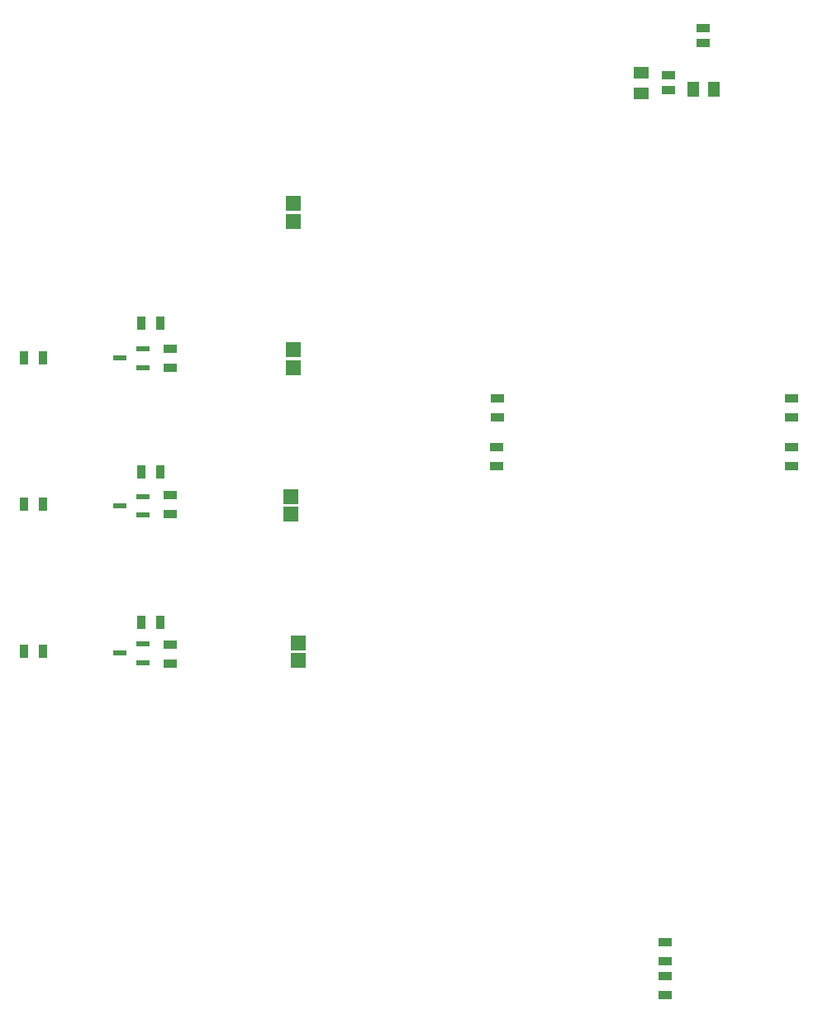
<source format=gbr>
%TF.GenerationSoftware,Altium Limited,Altium Designer,21.6.4 (81)*%
G04 Layer_Color=128*
%FSLAX43Y43*%
%MOMM*%
%TF.SameCoordinates,51A45B19-5AA5-45A3-BC04-4EA5AD39BA57*%
%TF.FilePolarity,Positive*%
%TF.FileFunction,Paste,Bot*%
%TF.Part,Single*%
G01*
G75*
%TA.AperFunction,SMDPad,CuDef*%
%ADD30R,1.450X0.950*%
%ADD31R,0.950X1.450*%
%ADD32R,1.350X0.600*%
%ADD33R,1.207X1.508*%
%ADD34R,1.508X1.207*%
%ADD35R,1.350X0.950*%
%ADD36R,1.556X1.505*%
D30*
X104000Y75991D02*
D03*
Y74041D02*
D03*
Y43729D02*
D03*
Y45679D02*
D03*
Y61005D02*
D03*
Y59055D02*
D03*
X167640Y69025D02*
D03*
Y70975D02*
D03*
X137541Y69025D02*
D03*
Y70975D02*
D03*
X137414Y64025D02*
D03*
Y65975D02*
D03*
X167640Y64025D02*
D03*
Y65975D02*
D03*
X154686Y13249D02*
D03*
Y15199D02*
D03*
Y9820D02*
D03*
Y11770D02*
D03*
D31*
X90975Y45000D02*
D03*
X89025D02*
D03*
X102975Y48006D02*
D03*
X101025D02*
D03*
X89025Y60071D02*
D03*
X90975D02*
D03*
X101025Y63373D02*
D03*
X102975D02*
D03*
X90975Y75057D02*
D03*
X89025D02*
D03*
X102975Y78613D02*
D03*
X101025D02*
D03*
D32*
X101200Y45781D02*
D03*
Y43881D02*
D03*
X98800Y44831D02*
D03*
Y59944D02*
D03*
X101200Y58994D02*
D03*
Y60894D02*
D03*
Y76007D02*
D03*
Y74107D02*
D03*
X98800Y75057D02*
D03*
D33*
X157572Y102616D02*
D03*
X159674D02*
D03*
D34*
X152273Y104302D02*
D03*
Y102200D02*
D03*
D35*
X155067Y104001D02*
D03*
Y102501D02*
D03*
X158623Y108827D02*
D03*
Y107327D02*
D03*
D36*
X117094Y45901D02*
D03*
Y44099D02*
D03*
X116586Y89099D02*
D03*
Y90901D02*
D03*
Y75901D02*
D03*
Y74099D02*
D03*
X116332Y60901D02*
D03*
Y59099D02*
D03*
%TF.MD5,c9c6ac4129356806acd4c83b8cb39f1e*%
M02*

</source>
